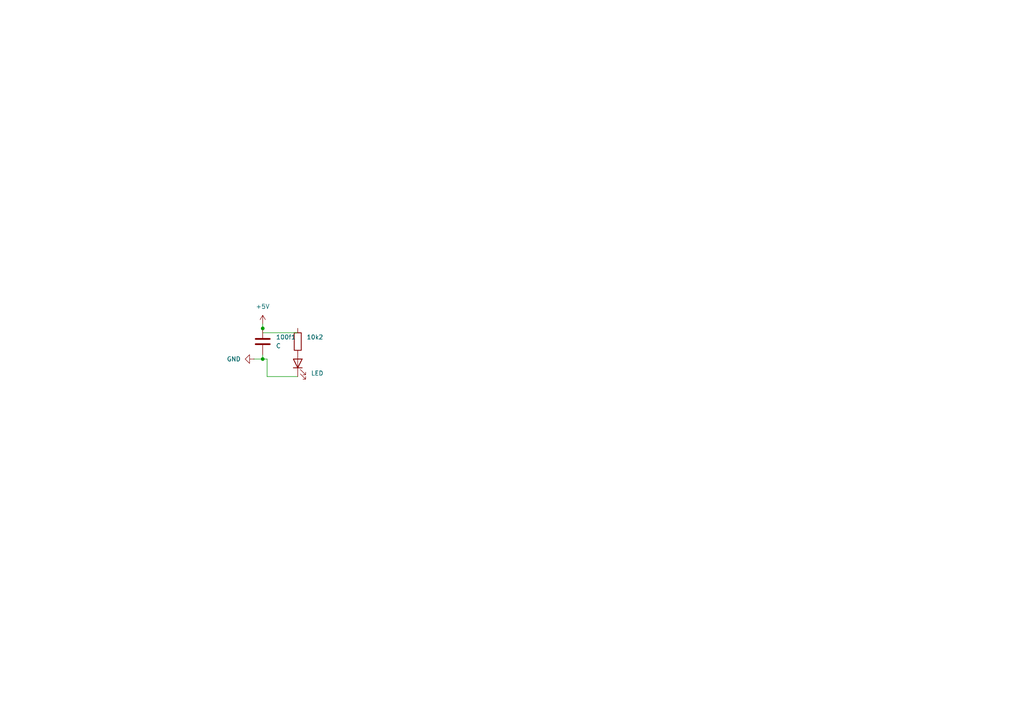
<source format=kicad_sch>
(kicad_sch (version 20231120) (generator "eeschema") (generator_version "8.0")
  (paper "A4")
  (lib_symbols
    (symbol "Device:C" (pin_numbers hide) (pin_names (offset 0.254))
      (property "Reference" "C" (at 0.635 2.54 0))
      (property "Value" "C" (at 0.635 -2.54 0))
      (symbol "C_0_1"
        (polyline (pts (xy -2.032 -0.762) (xy 2.032 -0.762)) (stroke (width 0.508)))
        (polyline (pts (xy -2.032 0.762) (xy 2.032 0.762)) (stroke (width 0.508)))
      )
      (symbol "C_1_1"
        (pin passive line (at 0 3.81 270) (length 2.794) (name "~") (number "1"))
        (pin passive line (at 0 -3.81 90) (length 2.794) (name "~") (number "2"))
      )
    )
    (symbol "Device:LED" (pin_numbers hide) (pin_names (offset 1.016) hide)
      (property "Reference" "D" (at 0 2.54 0))
      (property "Value" "LED" (at 0 -2.54 0))
      (symbol "LED_0_1"
        (polyline (pts (xy -1.27 -1.27) (xy -1.27 1.27)) (stroke (width 0.254)))
        (polyline (pts (xy -1.27 0) (xy 1.27 0)))
        (polyline (pts (xy 1.27 -1.27) (xy 1.27 1.27) (xy -1.27 0) (xy 1.27 -1.27)) (stroke (width 0.254)))
        (polyline (pts (xy -3.048 -0.762) (xy -4.572 -2.286) (xy -3.81 -2.286) (xy -4.572 -2.286) (xy -4.572 -1.524)))
        (polyline (pts (xy -1.778 -0.762) (xy -3.302 -2.286) (xy -2.54 -2.286) (xy -3.302 -2.286) (xy -3.302 -1.524)))
      )
      (symbol "LED_1_1"
        (pin passive line (at -3.81 0 0) (length 2.54) (name "K") (number "1"))
        (pin passive line (at 3.81 0 180) (length 2.54) (name "A") (number "2"))
      )
    )
    (symbol "Device:R" (pin_numbers hide) (pin_names (offset 0))
      (property "Reference" "R" (at 2.032 0 90))
      (property "Value" "R" (at 0 0 90))
      (symbol "R_0_1"
        (rectangle (start -1.016 -2.54) (end 1.016 2.54) (stroke (width 0.254)))
      )
      (symbol "R_1_1"
        (pin passive line (at 0 3.81 270) (length 1.27) (name "~") (number "1"))
        (pin passive line (at 0 -3.81 90) (length 1.27) (name "~") (number "2"))
      )
    )
    (symbol "power:+5V" (power) (pin_numbers hide) (pin_names (offset 0) hide)
      (property "Value" "+5V" (at 0 3.556 0))
      (symbol "+5V_0_1"
        (polyline (pts (xy -0.762 1.27) (xy 0 2.54)))
        (polyline (pts (xy 0 0) (xy 0 2.54)))
        (polyline (pts (xy 0 2.54) (xy 0.762 1.27)))
      )
      (symbol "+5V_1_1"
        (pin power_in line (at 0 0 90) (length 0) (name "~") (number "1"))
      )
    )
    (symbol "power:GND" (power) (pin_numbers hide) (pin_names (offset 0) hide)
      (property "Value" "GND" (at 0 -3.81 0))
      (symbol "GND_0_1"
        (polyline (pts (xy 0 0) (xy 0 -1.27) (xy 1.27 -1.27) (xy 0 -2.54) (xy -1.27 -1.27) (xy 0 -1.27)))
      )
      (symbol "GND_1_1"
        (pin power_in line (at 0 0 270) (length 0) (name "~") (number "1"))
      )
    )
  )
  (junction (at 76.2 104.14))
  (junction (at 76.2 95.25))
  (wire (pts (xy 86.36 96.52) (xy 86.36 95.25)))
  (wire (pts (xy 86.36 109.22) (xy 77.47 109.22)))
  (wire (pts (xy 76.2 93.98) (xy 76.2 95.25)))
  (wire (pts (xy 76.2 96.52) (xy 86.36 96.52)))
  (wire (pts (xy 76.2 104.14) (xy 77.47 104.14)))
  (wire (pts (xy 76.2 104.14) (xy 73.66 104.14)))
  (wire (pts (xy 86.36 104.14) (xy 86.36 102.87)))
  (wire (pts (xy 77.47 109.22) (xy 77.47 104.14)))
  (wire (pts (xy 76.2 96.52) (xy 76.2 95.25)))
  (wire (pts (xy 76.2 104.14) (xy 76.2 102.87)))
  (symbol (lib_id "Device:C") (at 76.2 99.06 0) (unit 1)
    (property "Reference" "100f1" (at 80.01 97.7899 0) (effects (justify left)))
    (property "Value" "C" (at 80.01 100.3299 0) (effects (justify left)))
    (property "Footprint" "Capacitor_THT:CP_Axial_L10.0mm_D6.0mm_P15.00mm_Horizontal" (effects (hide yes)))
    (property "Description" "Unpolarized capacitor" (effects (hide yes)))
  )
  (symbol (lib_id "power:GND") (at 73.66 104.14 270) (unit 1)
    (property "Reference" "#PWR02" (effects (hide yes)))
    (property "Value" "GND" (at 69.85 104.1399 90) (effects (justify right)))
    (property "Description" "Power symbol creates a global label with name \"GND\" , ground" (effects (hide yes)))
  )
  (symbol (lib_id "Device:LED") (at 86.36 105.41 90) (unit 1)
    (property "Reference" "D1" (effects (hide yes)))
    (property "Value" "LED" (at 90.17 108.2674 90) (effects (justify right)))
    (property "Footprint" "LED_THT:LED_D3.0mm" (effects (hide yes)))
    (property "Description" "Light emitting diode" (effects (hide yes)))
  )
  (symbol (lib_id "power:+5V") (at 76.2 93.98 0) (unit 1)
    (property "Reference" "#PWR01" (effects (hide yes)))
    (property "Value" "+5V" (at 76.2 88.9 0))
    (property "Description" "Power symbol creates a global label with name \"+5V\"" (effects (hide yes)))
  )
  (symbol (lib_id "Device:R") (at 86.36 99.06 0) (unit 1)
    (property "Reference" "10k2" (at 88.9 97.7899 0) (effects (justify left)))
    (property "Value" "R" (effects (hide yes)))
    (property "Footprint" "Relay_THT:Relay_SPST_StandexMeder_SIL_Form1B" (effects (hide yes)))
    (property "Description" "Resistor" (effects (hide yes)))
  )
)
</source>
